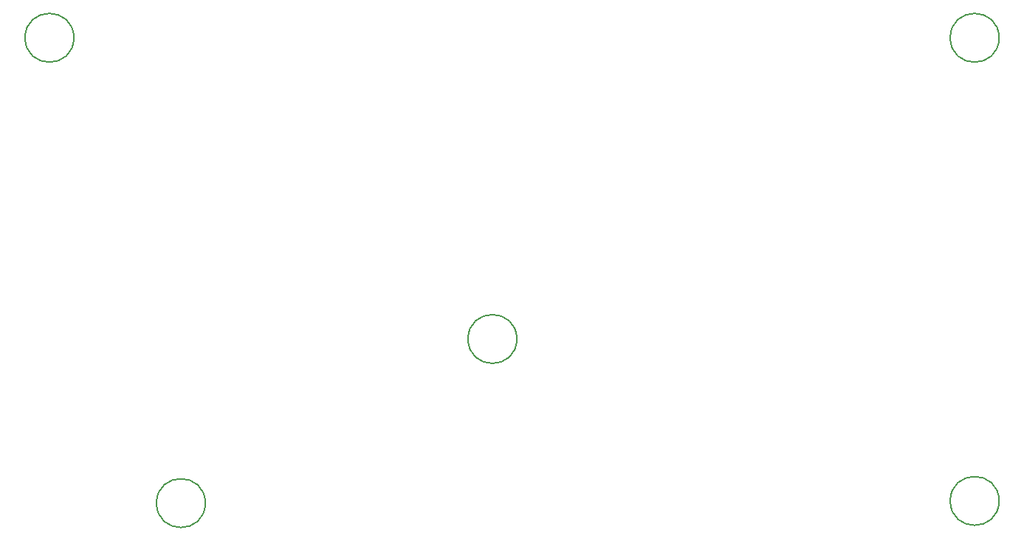
<source format=gbr>
%TF.GenerationSoftware,KiCad,Pcbnew,7.0.11*%
%TF.CreationDate,2024-03-06T00:45:10+00:00*%
%TF.ProjectId,LHS Breakbeat,4c485320-4272-4656-916b-626561742e6b,Vol 1*%
%TF.SameCoordinates,Original*%
%TF.FileFunction,Other,Comment*%
%FSLAX46Y46*%
G04 Gerber Fmt 4.6, Leading zero omitted, Abs format (unit mm)*
G04 Created by KiCad (PCBNEW 7.0.11) date 2024-03-06 00:45:10*
%MOMM*%
%LPD*%
G01*
G04 APERTURE LIST*
%ADD10C,0.150000*%
G04 APERTURE END LIST*
D10*
%TO.C,H2*%
X199900000Y-123000000D02*
G75*
G03*
X194300000Y-123000000I-2800000J0D01*
G01*
X194300000Y-123000000D02*
G75*
G03*
X199900000Y-123000000I2800000J0D01*
G01*
%TO.C,H3*%
X144600000Y-104400000D02*
G75*
G03*
X139000000Y-104400000I-2800000J0D01*
G01*
X139000000Y-104400000D02*
G75*
G03*
X144600000Y-104400000I2800000J0D01*
G01*
%TO.C,H5*%
X93800000Y-69800000D02*
G75*
G03*
X88200000Y-69800000I-2800000J0D01*
G01*
X88200000Y-69800000D02*
G75*
G03*
X93800000Y-69800000I2800000J0D01*
G01*
%TO.C,H4*%
X199900000Y-69800000D02*
G75*
G03*
X194300000Y-69800000I-2800000J0D01*
G01*
X194300000Y-69800000D02*
G75*
G03*
X199900000Y-69800000I2800000J0D01*
G01*
%TO.C,H1*%
X108875000Y-123250000D02*
G75*
G03*
X103275000Y-123250000I-2800000J0D01*
G01*
X103275000Y-123250000D02*
G75*
G03*
X108875000Y-123250000I2800000J0D01*
G01*
%TD*%
M02*

</source>
